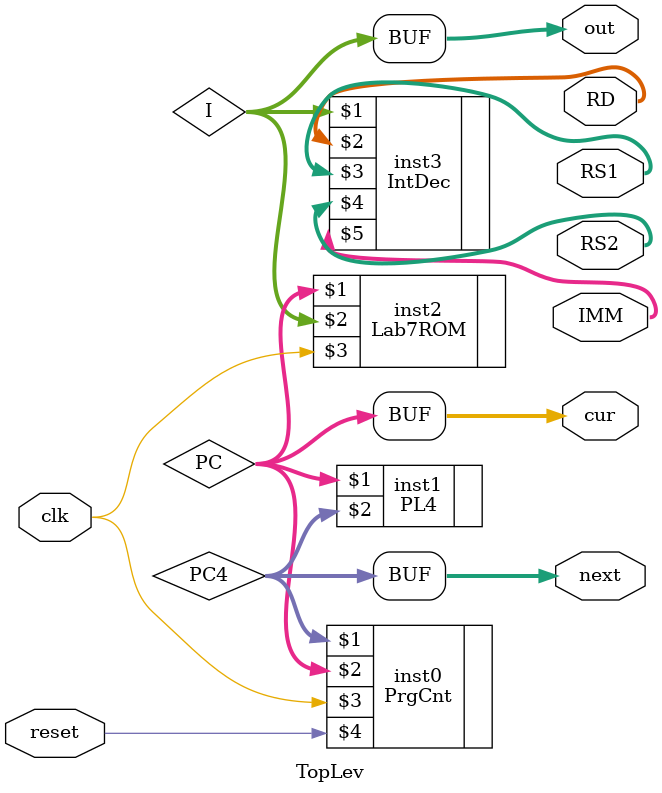
<source format=v>
module TopLev(clk,reset,RD,RS1,RS2,IMM,out,cur,next);
    input clk,reset;
    output [4:0] RD,RS1,RS2;
    output [11:0] IMM;
    output [31:0] out;

    output [7:0] cur,next;

    wire [7:0] PC,PC4;
    PrgCnt inst0 (PC4,PC,clk,reset);
    PL4 inst1 (PC,PC4);

    wire [31:0] I;
    Lab7ROM inst2 (PC,I,clk);
    IntDec inst3 (I,RD,RS1,RS2,IMM);

    assign out = I;
    assign cur = PC;
    assign next = PC4;
endmodule

</source>
